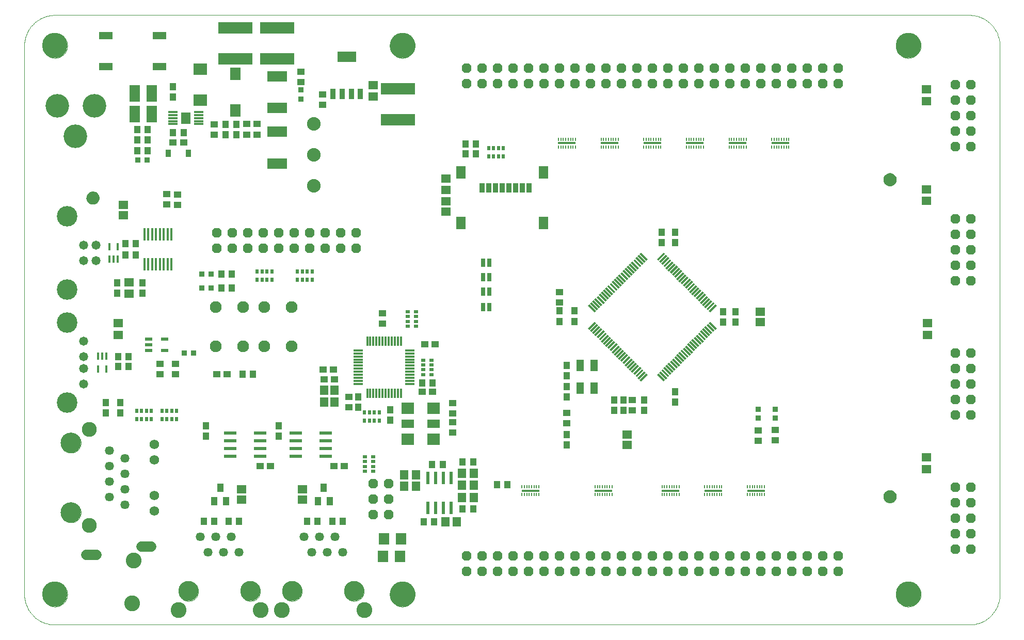
<source format=gts>
G75*
%MOIN*%
%OFA0B0*%
%FSLAX24Y24*%
%IPPOS*%
%LPD*%
%AMOC8*
5,1,8,0,0,1.08239X$1,22.5*
%
%ADD10C,0.0000*%
%ADD11R,0.0453X0.0414*%
%ADD12R,0.0335X0.0335*%
%ADD13R,0.0414X0.0453*%
%ADD14R,0.0611X0.0532*%
%ADD15R,0.0120X0.0600*%
%ADD16R,0.0600X0.0120*%
%ADD17R,0.0611X0.0138*%
%ADD18R,0.0138X0.0611*%
%ADD19R,0.0611X0.0158*%
%ADD20R,0.0276X0.0217*%
%ADD21R,0.0217X0.0276*%
%ADD22C,0.0574*%
%ADD23C,0.0965*%
%ADD24C,0.0614*%
%ADD25C,0.1319*%
%ADD26R,0.0807X0.0729*%
%ADD27R,0.0807X0.0571*%
%ADD28R,0.0160X0.0800*%
%ADD29R,0.0800X0.0240*%
%ADD30R,0.1260X0.0689*%
%ADD31R,0.0453X0.0768*%
%ADD32R,0.0270X0.0520*%
%ADD33C,0.0760*%
%ADD34R,0.0630X0.0130*%
%ADD35R,0.0640X0.0760*%
%ADD36R,0.2185X0.0748*%
%ADD37R,0.0689X0.0807*%
%ADD38R,0.0650X0.1083*%
%ADD39R,0.0350X0.0650*%
%ADD40R,0.1240X0.0650*%
%ADD41R,0.0886X0.0729*%
%ADD42R,0.0099X0.0217*%
%ADD43R,0.1122X0.0177*%
%ADD44OC8,0.0614*%
%ADD45R,0.0532X0.0611*%
%ADD46R,0.0240X0.0800*%
%ADD47R,0.0900X0.0510*%
%ADD48C,0.1326*%
%ADD49C,0.0582*%
%ADD50C,0.1024*%
%ADD51C,0.1300*%
%ADD52R,0.0160X0.0480*%
%ADD53R,0.0414X0.0571*%
%ADD54R,0.0650X0.0729*%
%ADD55C,0.1020*%
%ADD56C,0.0670*%
%ADD57R,0.0335X0.0611*%
%ADD58R,0.0591X0.0807*%
%ADD59OC8,0.0620*%
%ADD60R,0.0492X0.0237*%
%ADD61R,0.0378X0.0500*%
%ADD62C,0.0880*%
%ADD63C,0.1520*%
%ADD64C,0.1634*%
%ADD65C,0.0050*%
D10*
X020795Y017886D02*
X079850Y017886D01*
X079850Y017885D02*
X079936Y017887D01*
X080022Y017892D01*
X080107Y017902D01*
X080192Y017915D01*
X080276Y017932D01*
X080360Y017952D01*
X080442Y017976D01*
X080523Y018004D01*
X080604Y018035D01*
X080682Y018069D01*
X080759Y018107D01*
X080835Y018149D01*
X080908Y018193D01*
X080979Y018241D01*
X081049Y018292D01*
X081116Y018346D01*
X081180Y018402D01*
X081242Y018462D01*
X081302Y018524D01*
X081358Y018588D01*
X081412Y018655D01*
X081463Y018725D01*
X081511Y018796D01*
X081555Y018869D01*
X081597Y018945D01*
X081635Y019022D01*
X081669Y019100D01*
X081700Y019181D01*
X081728Y019262D01*
X081752Y019344D01*
X081772Y019428D01*
X081789Y019512D01*
X081802Y019597D01*
X081812Y019682D01*
X081817Y019768D01*
X081819Y019854D01*
X081819Y055287D01*
X081817Y055373D01*
X081812Y055459D01*
X081802Y055544D01*
X081789Y055629D01*
X081772Y055713D01*
X081752Y055797D01*
X081728Y055879D01*
X081700Y055960D01*
X081669Y056041D01*
X081635Y056119D01*
X081597Y056196D01*
X081555Y056272D01*
X081511Y056345D01*
X081463Y056416D01*
X081412Y056486D01*
X081358Y056553D01*
X081302Y056617D01*
X081242Y056679D01*
X081180Y056739D01*
X081116Y056795D01*
X081049Y056849D01*
X080979Y056900D01*
X080908Y056948D01*
X080835Y056992D01*
X080759Y057034D01*
X080682Y057072D01*
X080604Y057106D01*
X080523Y057137D01*
X080442Y057165D01*
X080360Y057189D01*
X080276Y057209D01*
X080192Y057226D01*
X080107Y057239D01*
X080022Y057249D01*
X079936Y057254D01*
X079850Y057256D01*
X020795Y057256D01*
X019988Y055287D02*
X019990Y055343D01*
X019996Y055399D01*
X020006Y055455D01*
X020019Y055509D01*
X020037Y055563D01*
X020058Y055615D01*
X020082Y055666D01*
X020111Y055715D01*
X020142Y055761D01*
X020177Y055806D01*
X020214Y055848D01*
X020255Y055887D01*
X020298Y055923D01*
X020344Y055956D01*
X020391Y055986D01*
X020441Y056012D01*
X020493Y056035D01*
X020546Y056055D01*
X020600Y056070D01*
X020655Y056082D01*
X020711Y056090D01*
X020767Y056094D01*
X020823Y056094D01*
X020879Y056090D01*
X020935Y056082D01*
X020990Y056070D01*
X021044Y056055D01*
X021097Y056035D01*
X021149Y056012D01*
X021198Y055986D01*
X021246Y055956D01*
X021292Y055923D01*
X021335Y055887D01*
X021376Y055848D01*
X021413Y055806D01*
X021448Y055761D01*
X021479Y055715D01*
X021508Y055666D01*
X021532Y055615D01*
X021553Y055563D01*
X021571Y055509D01*
X021584Y055455D01*
X021594Y055399D01*
X021600Y055343D01*
X021602Y055287D01*
X021600Y055231D01*
X021594Y055175D01*
X021584Y055119D01*
X021571Y055065D01*
X021553Y055011D01*
X021532Y054959D01*
X021508Y054908D01*
X021479Y054859D01*
X021448Y054813D01*
X021413Y054768D01*
X021376Y054726D01*
X021335Y054687D01*
X021292Y054651D01*
X021246Y054618D01*
X021199Y054588D01*
X021149Y054562D01*
X021097Y054539D01*
X021044Y054519D01*
X020990Y054504D01*
X020935Y054492D01*
X020879Y054484D01*
X020823Y054480D01*
X020767Y054480D01*
X020711Y054484D01*
X020655Y054492D01*
X020600Y054504D01*
X020546Y054519D01*
X020493Y054539D01*
X020441Y054562D01*
X020391Y054588D01*
X020344Y054618D01*
X020298Y054651D01*
X020255Y054687D01*
X020214Y054726D01*
X020177Y054768D01*
X020142Y054813D01*
X020111Y054859D01*
X020082Y054908D01*
X020058Y054959D01*
X020037Y055011D01*
X020019Y055065D01*
X020006Y055119D01*
X019996Y055175D01*
X019990Y055231D01*
X019988Y055287D01*
X018826Y055287D02*
X018828Y055373D01*
X018833Y055459D01*
X018843Y055544D01*
X018856Y055629D01*
X018873Y055713D01*
X018893Y055797D01*
X018917Y055879D01*
X018945Y055960D01*
X018976Y056041D01*
X019010Y056119D01*
X019048Y056196D01*
X019090Y056272D01*
X019134Y056345D01*
X019182Y056416D01*
X019233Y056486D01*
X019287Y056553D01*
X019343Y056617D01*
X019403Y056679D01*
X019465Y056739D01*
X019529Y056795D01*
X019596Y056849D01*
X019666Y056900D01*
X019737Y056948D01*
X019811Y056992D01*
X019886Y057034D01*
X019963Y057072D01*
X020041Y057106D01*
X020122Y057137D01*
X020203Y057165D01*
X020285Y057189D01*
X020369Y057209D01*
X020453Y057226D01*
X020538Y057239D01*
X020623Y057249D01*
X020709Y057254D01*
X020795Y057256D01*
X018827Y055287D02*
X018827Y019854D01*
X019988Y019854D02*
X019990Y019910D01*
X019996Y019966D01*
X020006Y020022D01*
X020019Y020076D01*
X020037Y020130D01*
X020058Y020182D01*
X020082Y020233D01*
X020111Y020282D01*
X020142Y020328D01*
X020177Y020373D01*
X020214Y020415D01*
X020255Y020454D01*
X020298Y020490D01*
X020344Y020523D01*
X020391Y020553D01*
X020441Y020579D01*
X020493Y020602D01*
X020546Y020622D01*
X020600Y020637D01*
X020655Y020649D01*
X020711Y020657D01*
X020767Y020661D01*
X020823Y020661D01*
X020879Y020657D01*
X020935Y020649D01*
X020990Y020637D01*
X021044Y020622D01*
X021097Y020602D01*
X021149Y020579D01*
X021198Y020553D01*
X021246Y020523D01*
X021292Y020490D01*
X021335Y020454D01*
X021376Y020415D01*
X021413Y020373D01*
X021448Y020328D01*
X021479Y020282D01*
X021508Y020233D01*
X021532Y020182D01*
X021553Y020130D01*
X021571Y020076D01*
X021584Y020022D01*
X021594Y019966D01*
X021600Y019910D01*
X021602Y019854D01*
X021600Y019798D01*
X021594Y019742D01*
X021584Y019686D01*
X021571Y019632D01*
X021553Y019578D01*
X021532Y019526D01*
X021508Y019475D01*
X021479Y019426D01*
X021448Y019380D01*
X021413Y019335D01*
X021376Y019293D01*
X021335Y019254D01*
X021292Y019218D01*
X021246Y019185D01*
X021199Y019155D01*
X021149Y019129D01*
X021097Y019106D01*
X021044Y019086D01*
X020990Y019071D01*
X020935Y019059D01*
X020879Y019051D01*
X020823Y019047D01*
X020767Y019047D01*
X020711Y019051D01*
X020655Y019059D01*
X020600Y019071D01*
X020546Y019086D01*
X020493Y019106D01*
X020441Y019129D01*
X020391Y019155D01*
X020344Y019185D01*
X020298Y019218D01*
X020255Y019254D01*
X020214Y019293D01*
X020177Y019335D01*
X020142Y019380D01*
X020111Y019426D01*
X020082Y019475D01*
X020058Y019526D01*
X020037Y019578D01*
X020019Y019632D01*
X020006Y019686D01*
X019996Y019742D01*
X019990Y019798D01*
X019988Y019854D01*
X018826Y019854D02*
X018828Y019768D01*
X018833Y019682D01*
X018843Y019597D01*
X018856Y019512D01*
X018873Y019428D01*
X018893Y019344D01*
X018917Y019262D01*
X018945Y019181D01*
X018976Y019100D01*
X019010Y019022D01*
X019048Y018945D01*
X019090Y018870D01*
X019134Y018796D01*
X019182Y018725D01*
X019233Y018655D01*
X019287Y018588D01*
X019343Y018524D01*
X019403Y018462D01*
X019465Y018402D01*
X019529Y018346D01*
X019596Y018292D01*
X019666Y018241D01*
X019737Y018193D01*
X019810Y018149D01*
X019886Y018107D01*
X019963Y018069D01*
X020041Y018035D01*
X020122Y018004D01*
X020203Y017976D01*
X020285Y017952D01*
X020369Y017932D01*
X020453Y017915D01*
X020538Y017902D01*
X020623Y017892D01*
X020709Y017887D01*
X020795Y017885D01*
X028785Y020051D02*
X028787Y020101D01*
X028793Y020151D01*
X028803Y020200D01*
X028816Y020249D01*
X028834Y020296D01*
X028855Y020342D01*
X028879Y020385D01*
X028907Y020427D01*
X028938Y020467D01*
X028972Y020504D01*
X029009Y020538D01*
X029049Y020569D01*
X029091Y020597D01*
X029134Y020621D01*
X029180Y020642D01*
X029227Y020660D01*
X029276Y020673D01*
X029325Y020683D01*
X029375Y020689D01*
X029425Y020691D01*
X029475Y020689D01*
X029525Y020683D01*
X029574Y020673D01*
X029623Y020660D01*
X029670Y020642D01*
X029716Y020621D01*
X029759Y020597D01*
X029801Y020569D01*
X029841Y020538D01*
X029878Y020504D01*
X029912Y020467D01*
X029943Y020427D01*
X029971Y020385D01*
X029995Y020342D01*
X030016Y020296D01*
X030034Y020249D01*
X030047Y020200D01*
X030057Y020151D01*
X030063Y020101D01*
X030065Y020051D01*
X030063Y020001D01*
X030057Y019951D01*
X030047Y019902D01*
X030034Y019853D01*
X030016Y019806D01*
X029995Y019760D01*
X029971Y019717D01*
X029943Y019675D01*
X029912Y019635D01*
X029878Y019598D01*
X029841Y019564D01*
X029801Y019533D01*
X029759Y019505D01*
X029716Y019481D01*
X029670Y019460D01*
X029623Y019442D01*
X029574Y019429D01*
X029525Y019419D01*
X029475Y019413D01*
X029425Y019411D01*
X029375Y019413D01*
X029325Y019419D01*
X029276Y019429D01*
X029227Y019442D01*
X029180Y019460D01*
X029134Y019481D01*
X029091Y019505D01*
X029049Y019533D01*
X029009Y019564D01*
X028972Y019598D01*
X028938Y019635D01*
X028907Y019675D01*
X028879Y019717D01*
X028855Y019760D01*
X028834Y019806D01*
X028816Y019853D01*
X028803Y019902D01*
X028793Y019951D01*
X028787Y020001D01*
X028785Y020051D01*
X032785Y020051D02*
X032787Y020101D01*
X032793Y020151D01*
X032803Y020200D01*
X032816Y020249D01*
X032834Y020296D01*
X032855Y020342D01*
X032879Y020385D01*
X032907Y020427D01*
X032938Y020467D01*
X032972Y020504D01*
X033009Y020538D01*
X033049Y020569D01*
X033091Y020597D01*
X033134Y020621D01*
X033180Y020642D01*
X033227Y020660D01*
X033276Y020673D01*
X033325Y020683D01*
X033375Y020689D01*
X033425Y020691D01*
X033475Y020689D01*
X033525Y020683D01*
X033574Y020673D01*
X033623Y020660D01*
X033670Y020642D01*
X033716Y020621D01*
X033759Y020597D01*
X033801Y020569D01*
X033841Y020538D01*
X033878Y020504D01*
X033912Y020467D01*
X033943Y020427D01*
X033971Y020385D01*
X033995Y020342D01*
X034016Y020296D01*
X034034Y020249D01*
X034047Y020200D01*
X034057Y020151D01*
X034063Y020101D01*
X034065Y020051D01*
X034063Y020001D01*
X034057Y019951D01*
X034047Y019902D01*
X034034Y019853D01*
X034016Y019806D01*
X033995Y019760D01*
X033971Y019717D01*
X033943Y019675D01*
X033912Y019635D01*
X033878Y019598D01*
X033841Y019564D01*
X033801Y019533D01*
X033759Y019505D01*
X033716Y019481D01*
X033670Y019460D01*
X033623Y019442D01*
X033574Y019429D01*
X033525Y019419D01*
X033475Y019413D01*
X033425Y019411D01*
X033375Y019413D01*
X033325Y019419D01*
X033276Y019429D01*
X033227Y019442D01*
X033180Y019460D01*
X033134Y019481D01*
X033091Y019505D01*
X033049Y019533D01*
X033009Y019564D01*
X032972Y019598D01*
X032938Y019635D01*
X032907Y019675D01*
X032879Y019717D01*
X032855Y019760D01*
X032834Y019806D01*
X032816Y019853D01*
X032803Y019902D01*
X032793Y019951D01*
X032787Y020001D01*
X032785Y020051D01*
X035478Y020051D02*
X035480Y020101D01*
X035486Y020151D01*
X035496Y020200D01*
X035509Y020249D01*
X035527Y020296D01*
X035548Y020342D01*
X035572Y020385D01*
X035600Y020427D01*
X035631Y020467D01*
X035665Y020504D01*
X035702Y020538D01*
X035742Y020569D01*
X035784Y020597D01*
X035827Y020621D01*
X035873Y020642D01*
X035920Y020660D01*
X035969Y020673D01*
X036018Y020683D01*
X036068Y020689D01*
X036118Y020691D01*
X036168Y020689D01*
X036218Y020683D01*
X036267Y020673D01*
X036316Y020660D01*
X036363Y020642D01*
X036409Y020621D01*
X036452Y020597D01*
X036494Y020569D01*
X036534Y020538D01*
X036571Y020504D01*
X036605Y020467D01*
X036636Y020427D01*
X036664Y020385D01*
X036688Y020342D01*
X036709Y020296D01*
X036727Y020249D01*
X036740Y020200D01*
X036750Y020151D01*
X036756Y020101D01*
X036758Y020051D01*
X036756Y020001D01*
X036750Y019951D01*
X036740Y019902D01*
X036727Y019853D01*
X036709Y019806D01*
X036688Y019760D01*
X036664Y019717D01*
X036636Y019675D01*
X036605Y019635D01*
X036571Y019598D01*
X036534Y019564D01*
X036494Y019533D01*
X036452Y019505D01*
X036409Y019481D01*
X036363Y019460D01*
X036316Y019442D01*
X036267Y019429D01*
X036218Y019419D01*
X036168Y019413D01*
X036118Y019411D01*
X036068Y019413D01*
X036018Y019419D01*
X035969Y019429D01*
X035920Y019442D01*
X035873Y019460D01*
X035827Y019481D01*
X035784Y019505D01*
X035742Y019533D01*
X035702Y019564D01*
X035665Y019598D01*
X035631Y019635D01*
X035600Y019675D01*
X035572Y019717D01*
X035548Y019760D01*
X035527Y019806D01*
X035509Y019853D01*
X035496Y019902D01*
X035486Y019951D01*
X035480Y020001D01*
X035478Y020051D01*
X039478Y020051D02*
X039480Y020101D01*
X039486Y020151D01*
X039496Y020200D01*
X039509Y020249D01*
X039527Y020296D01*
X039548Y020342D01*
X039572Y020385D01*
X039600Y020427D01*
X039631Y020467D01*
X039665Y020504D01*
X039702Y020538D01*
X039742Y020569D01*
X039784Y020597D01*
X039827Y020621D01*
X039873Y020642D01*
X039920Y020660D01*
X039969Y020673D01*
X040018Y020683D01*
X040068Y020689D01*
X040118Y020691D01*
X040168Y020689D01*
X040218Y020683D01*
X040267Y020673D01*
X040316Y020660D01*
X040363Y020642D01*
X040409Y020621D01*
X040452Y020597D01*
X040494Y020569D01*
X040534Y020538D01*
X040571Y020504D01*
X040605Y020467D01*
X040636Y020427D01*
X040664Y020385D01*
X040688Y020342D01*
X040709Y020296D01*
X040727Y020249D01*
X040740Y020200D01*
X040750Y020151D01*
X040756Y020101D01*
X040758Y020051D01*
X040756Y020001D01*
X040750Y019951D01*
X040740Y019902D01*
X040727Y019853D01*
X040709Y019806D01*
X040688Y019760D01*
X040664Y019717D01*
X040636Y019675D01*
X040605Y019635D01*
X040571Y019598D01*
X040534Y019564D01*
X040494Y019533D01*
X040452Y019505D01*
X040409Y019481D01*
X040363Y019460D01*
X040316Y019442D01*
X040267Y019429D01*
X040218Y019419D01*
X040168Y019413D01*
X040118Y019411D01*
X040068Y019413D01*
X040018Y019419D01*
X039969Y019429D01*
X039920Y019442D01*
X039873Y019460D01*
X039827Y019481D01*
X039784Y019505D01*
X039742Y019533D01*
X039702Y019564D01*
X039665Y019598D01*
X039631Y019635D01*
X039600Y019675D01*
X039572Y019717D01*
X039548Y019760D01*
X039527Y019806D01*
X039509Y019853D01*
X039496Y019902D01*
X039486Y019951D01*
X039480Y020001D01*
X039478Y020051D01*
X042429Y019854D02*
X042431Y019910D01*
X042437Y019966D01*
X042447Y020022D01*
X042460Y020076D01*
X042478Y020130D01*
X042499Y020182D01*
X042523Y020233D01*
X042552Y020282D01*
X042583Y020328D01*
X042618Y020373D01*
X042655Y020415D01*
X042696Y020454D01*
X042739Y020490D01*
X042785Y020523D01*
X042832Y020553D01*
X042882Y020579D01*
X042934Y020602D01*
X042987Y020622D01*
X043041Y020637D01*
X043096Y020649D01*
X043152Y020657D01*
X043208Y020661D01*
X043264Y020661D01*
X043320Y020657D01*
X043376Y020649D01*
X043431Y020637D01*
X043485Y020622D01*
X043538Y020602D01*
X043590Y020579D01*
X043639Y020553D01*
X043687Y020523D01*
X043733Y020490D01*
X043776Y020454D01*
X043817Y020415D01*
X043854Y020373D01*
X043889Y020328D01*
X043920Y020282D01*
X043949Y020233D01*
X043973Y020182D01*
X043994Y020130D01*
X044012Y020076D01*
X044025Y020022D01*
X044035Y019966D01*
X044041Y019910D01*
X044043Y019854D01*
X044041Y019798D01*
X044035Y019742D01*
X044025Y019686D01*
X044012Y019632D01*
X043994Y019578D01*
X043973Y019526D01*
X043949Y019475D01*
X043920Y019426D01*
X043889Y019380D01*
X043854Y019335D01*
X043817Y019293D01*
X043776Y019254D01*
X043733Y019218D01*
X043687Y019185D01*
X043640Y019155D01*
X043590Y019129D01*
X043538Y019106D01*
X043485Y019086D01*
X043431Y019071D01*
X043376Y019059D01*
X043320Y019051D01*
X043264Y019047D01*
X043208Y019047D01*
X043152Y019051D01*
X043096Y019059D01*
X043041Y019071D01*
X042987Y019086D01*
X042934Y019106D01*
X042882Y019129D01*
X042832Y019155D01*
X042785Y019185D01*
X042739Y019218D01*
X042696Y019254D01*
X042655Y019293D01*
X042618Y019335D01*
X042583Y019380D01*
X042552Y019426D01*
X042523Y019475D01*
X042499Y019526D01*
X042478Y019578D01*
X042460Y019632D01*
X042447Y019686D01*
X042437Y019742D01*
X042431Y019798D01*
X042429Y019854D01*
X021177Y025136D02*
X021179Y025186D01*
X021185Y025236D01*
X021195Y025286D01*
X021208Y025334D01*
X021225Y025382D01*
X021246Y025428D01*
X021270Y025472D01*
X021298Y025514D01*
X021329Y025554D01*
X021363Y025591D01*
X021400Y025626D01*
X021439Y025657D01*
X021480Y025686D01*
X021524Y025711D01*
X021570Y025733D01*
X021617Y025751D01*
X021665Y025765D01*
X021714Y025776D01*
X021764Y025783D01*
X021814Y025786D01*
X021865Y025785D01*
X021915Y025780D01*
X021965Y025771D01*
X022013Y025759D01*
X022061Y025742D01*
X022107Y025722D01*
X022152Y025699D01*
X022195Y025672D01*
X022235Y025642D01*
X022273Y025609D01*
X022308Y025573D01*
X022341Y025534D01*
X022370Y025493D01*
X022396Y025450D01*
X022419Y025405D01*
X022438Y025358D01*
X022453Y025310D01*
X022465Y025261D01*
X022473Y025211D01*
X022477Y025161D01*
X022477Y025111D01*
X022473Y025061D01*
X022465Y025011D01*
X022453Y024962D01*
X022438Y024914D01*
X022419Y024867D01*
X022396Y024822D01*
X022370Y024779D01*
X022341Y024738D01*
X022308Y024699D01*
X022273Y024663D01*
X022235Y024630D01*
X022195Y024600D01*
X022152Y024573D01*
X022107Y024550D01*
X022061Y024530D01*
X022013Y024513D01*
X021965Y024501D01*
X021915Y024492D01*
X021865Y024487D01*
X021814Y024486D01*
X021764Y024489D01*
X021714Y024496D01*
X021665Y024507D01*
X021617Y024521D01*
X021570Y024539D01*
X021524Y024561D01*
X021480Y024586D01*
X021439Y024615D01*
X021400Y024646D01*
X021363Y024681D01*
X021329Y024718D01*
X021298Y024758D01*
X021270Y024800D01*
X021246Y024844D01*
X021225Y024890D01*
X021208Y024938D01*
X021195Y024986D01*
X021185Y025036D01*
X021179Y025086D01*
X021177Y025136D01*
X021177Y029636D02*
X021179Y029686D01*
X021185Y029736D01*
X021195Y029786D01*
X021208Y029834D01*
X021225Y029882D01*
X021246Y029928D01*
X021270Y029972D01*
X021298Y030014D01*
X021329Y030054D01*
X021363Y030091D01*
X021400Y030126D01*
X021439Y030157D01*
X021480Y030186D01*
X021524Y030211D01*
X021570Y030233D01*
X021617Y030251D01*
X021665Y030265D01*
X021714Y030276D01*
X021764Y030283D01*
X021814Y030286D01*
X021865Y030285D01*
X021915Y030280D01*
X021965Y030271D01*
X022013Y030259D01*
X022061Y030242D01*
X022107Y030222D01*
X022152Y030199D01*
X022195Y030172D01*
X022235Y030142D01*
X022273Y030109D01*
X022308Y030073D01*
X022341Y030034D01*
X022370Y029993D01*
X022396Y029950D01*
X022419Y029905D01*
X022438Y029858D01*
X022453Y029810D01*
X022465Y029761D01*
X022473Y029711D01*
X022477Y029661D01*
X022477Y029611D01*
X022473Y029561D01*
X022465Y029511D01*
X022453Y029462D01*
X022438Y029414D01*
X022419Y029367D01*
X022396Y029322D01*
X022370Y029279D01*
X022341Y029238D01*
X022308Y029199D01*
X022273Y029163D01*
X022235Y029130D01*
X022195Y029100D01*
X022152Y029073D01*
X022107Y029050D01*
X022061Y029030D01*
X022013Y029013D01*
X021965Y029001D01*
X021915Y028992D01*
X021865Y028987D01*
X021814Y028986D01*
X021764Y028989D01*
X021714Y028996D01*
X021665Y029007D01*
X021617Y029021D01*
X021570Y029039D01*
X021524Y029061D01*
X021480Y029086D01*
X021439Y029115D01*
X021400Y029146D01*
X021363Y029181D01*
X021329Y029218D01*
X021298Y029258D01*
X021270Y029300D01*
X021246Y029344D01*
X021225Y029390D01*
X021208Y029438D01*
X021195Y029486D01*
X021185Y029536D01*
X021179Y029586D01*
X021177Y029636D01*
X042429Y055287D02*
X042431Y055343D01*
X042437Y055399D01*
X042447Y055455D01*
X042460Y055509D01*
X042478Y055563D01*
X042499Y055615D01*
X042523Y055666D01*
X042552Y055715D01*
X042583Y055761D01*
X042618Y055806D01*
X042655Y055848D01*
X042696Y055887D01*
X042739Y055923D01*
X042785Y055956D01*
X042832Y055986D01*
X042882Y056012D01*
X042934Y056035D01*
X042987Y056055D01*
X043041Y056070D01*
X043096Y056082D01*
X043152Y056090D01*
X043208Y056094D01*
X043264Y056094D01*
X043320Y056090D01*
X043376Y056082D01*
X043431Y056070D01*
X043485Y056055D01*
X043538Y056035D01*
X043590Y056012D01*
X043639Y055986D01*
X043687Y055956D01*
X043733Y055923D01*
X043776Y055887D01*
X043817Y055848D01*
X043854Y055806D01*
X043889Y055761D01*
X043920Y055715D01*
X043949Y055666D01*
X043973Y055615D01*
X043994Y055563D01*
X044012Y055509D01*
X044025Y055455D01*
X044035Y055399D01*
X044041Y055343D01*
X044043Y055287D01*
X044041Y055231D01*
X044035Y055175D01*
X044025Y055119D01*
X044012Y055065D01*
X043994Y055011D01*
X043973Y054959D01*
X043949Y054908D01*
X043920Y054859D01*
X043889Y054813D01*
X043854Y054768D01*
X043817Y054726D01*
X043776Y054687D01*
X043733Y054651D01*
X043687Y054618D01*
X043640Y054588D01*
X043590Y054562D01*
X043538Y054539D01*
X043485Y054519D01*
X043431Y054504D01*
X043376Y054492D01*
X043320Y054484D01*
X043264Y054480D01*
X043208Y054480D01*
X043152Y054484D01*
X043096Y054492D01*
X043041Y054504D01*
X042987Y054519D01*
X042934Y054539D01*
X042882Y054562D01*
X042832Y054588D01*
X042785Y054618D01*
X042739Y054651D01*
X042696Y054687D01*
X042655Y054726D01*
X042618Y054768D01*
X042583Y054813D01*
X042552Y054859D01*
X042523Y054908D01*
X042499Y054959D01*
X042478Y055011D01*
X042460Y055065D01*
X042447Y055119D01*
X042437Y055175D01*
X042431Y055231D01*
X042429Y055287D01*
X075106Y055287D02*
X075108Y055343D01*
X075114Y055399D01*
X075124Y055455D01*
X075137Y055509D01*
X075155Y055563D01*
X075176Y055615D01*
X075200Y055666D01*
X075229Y055715D01*
X075260Y055761D01*
X075295Y055806D01*
X075332Y055848D01*
X075373Y055887D01*
X075416Y055923D01*
X075462Y055956D01*
X075509Y055986D01*
X075559Y056012D01*
X075611Y056035D01*
X075664Y056055D01*
X075718Y056070D01*
X075773Y056082D01*
X075829Y056090D01*
X075885Y056094D01*
X075941Y056094D01*
X075997Y056090D01*
X076053Y056082D01*
X076108Y056070D01*
X076162Y056055D01*
X076215Y056035D01*
X076267Y056012D01*
X076316Y055986D01*
X076364Y055956D01*
X076410Y055923D01*
X076453Y055887D01*
X076494Y055848D01*
X076531Y055806D01*
X076566Y055761D01*
X076597Y055715D01*
X076626Y055666D01*
X076650Y055615D01*
X076671Y055563D01*
X076689Y055509D01*
X076702Y055455D01*
X076712Y055399D01*
X076718Y055343D01*
X076720Y055287D01*
X076718Y055231D01*
X076712Y055175D01*
X076702Y055119D01*
X076689Y055065D01*
X076671Y055011D01*
X076650Y054959D01*
X076626Y054908D01*
X076597Y054859D01*
X076566Y054813D01*
X076531Y054768D01*
X076494Y054726D01*
X076453Y054687D01*
X076410Y054651D01*
X076364Y054618D01*
X076317Y054588D01*
X076267Y054562D01*
X076215Y054539D01*
X076162Y054519D01*
X076108Y054504D01*
X076053Y054492D01*
X075997Y054484D01*
X075941Y054480D01*
X075885Y054480D01*
X075829Y054484D01*
X075773Y054492D01*
X075718Y054504D01*
X075664Y054519D01*
X075611Y054539D01*
X075559Y054562D01*
X075509Y054588D01*
X075462Y054618D01*
X075416Y054651D01*
X075373Y054687D01*
X075332Y054726D01*
X075295Y054768D01*
X075260Y054813D01*
X075229Y054859D01*
X075200Y054908D01*
X075176Y054959D01*
X075155Y055011D01*
X075137Y055065D01*
X075124Y055119D01*
X075114Y055175D01*
X075108Y055231D01*
X075106Y055287D01*
X075106Y019854D02*
X075108Y019910D01*
X075114Y019966D01*
X075124Y020022D01*
X075137Y020076D01*
X075155Y020130D01*
X075176Y020182D01*
X075200Y020233D01*
X075229Y020282D01*
X075260Y020328D01*
X075295Y020373D01*
X075332Y020415D01*
X075373Y020454D01*
X075416Y020490D01*
X075462Y020523D01*
X075509Y020553D01*
X075559Y020579D01*
X075611Y020602D01*
X075664Y020622D01*
X075718Y020637D01*
X075773Y020649D01*
X075829Y020657D01*
X075885Y020661D01*
X075941Y020661D01*
X075997Y020657D01*
X076053Y020649D01*
X076108Y020637D01*
X076162Y020622D01*
X076215Y020602D01*
X076267Y020579D01*
X076316Y020553D01*
X076364Y020523D01*
X076410Y020490D01*
X076453Y020454D01*
X076494Y020415D01*
X076531Y020373D01*
X076566Y020328D01*
X076597Y020282D01*
X076626Y020233D01*
X076650Y020182D01*
X076671Y020130D01*
X076689Y020076D01*
X076702Y020022D01*
X076712Y019966D01*
X076718Y019910D01*
X076720Y019854D01*
X076718Y019798D01*
X076712Y019742D01*
X076702Y019686D01*
X076689Y019632D01*
X076671Y019578D01*
X076650Y019526D01*
X076626Y019475D01*
X076597Y019426D01*
X076566Y019380D01*
X076531Y019335D01*
X076494Y019293D01*
X076453Y019254D01*
X076410Y019218D01*
X076364Y019185D01*
X076317Y019155D01*
X076267Y019129D01*
X076215Y019106D01*
X076162Y019086D01*
X076108Y019071D01*
X076053Y019059D01*
X075997Y019051D01*
X075941Y019047D01*
X075885Y019047D01*
X075829Y019051D01*
X075773Y019059D01*
X075718Y019071D01*
X075664Y019086D01*
X075611Y019106D01*
X075559Y019129D01*
X075509Y019155D01*
X075462Y019185D01*
X075416Y019218D01*
X075373Y019254D01*
X075332Y019293D01*
X075295Y019335D01*
X075260Y019380D01*
X075229Y019426D01*
X075200Y019475D01*
X075176Y019526D01*
X075155Y019578D01*
X075137Y019632D01*
X075124Y019686D01*
X075114Y019742D01*
X075108Y019798D01*
X075106Y019854D01*
D11*
X066219Y029756D03*
X066219Y030425D03*
X067301Y030474D03*
X067301Y029805D03*
X058098Y031724D03*
X058098Y032394D03*
X053866Y031557D03*
X053866Y030888D03*
X046484Y030967D03*
X046484Y031528D03*
X046484Y032197D03*
X045195Y032945D03*
X044526Y032945D03*
X044673Y035996D03*
X045343Y035996D03*
X041957Y037335D03*
X041957Y038004D03*
X038797Y034372D03*
X038846Y033732D03*
X038177Y033732D03*
X038128Y034372D03*
X039791Y032591D03*
X039791Y031921D03*
X039486Y028122D03*
X038817Y028122D03*
X034713Y028122D03*
X034043Y028122D03*
X031907Y034077D03*
X031238Y034077D03*
X028577Y034051D03*
X028577Y034720D03*
X027577Y034720D03*
X027577Y034051D03*
X028024Y045018D03*
X028024Y045687D03*
X028719Y045681D03*
X028719Y045012D03*
X028433Y049037D03*
X029102Y049037D03*
X031081Y049539D03*
X031081Y050209D03*
X033193Y050219D03*
X033844Y050219D03*
X033844Y049549D03*
X033193Y049549D03*
X038069Y051459D03*
X038069Y052128D03*
X036691Y052935D03*
X036691Y053604D03*
X053374Y039382D03*
X053374Y038713D03*
X046484Y030297D03*
D12*
X030879Y039640D03*
X030289Y039640D03*
X030289Y040538D03*
X030879Y040538D03*
X029754Y035436D03*
X029163Y035436D03*
X026750Y047906D03*
X026159Y047906D03*
X036691Y051843D03*
X036691Y052433D03*
X066219Y031813D03*
X066219Y031222D03*
X067301Y031222D03*
X067301Y031813D03*
D13*
X060854Y032266D03*
X060854Y032935D03*
X058837Y032394D03*
X058837Y031724D03*
X057508Y031724D03*
X056917Y031724D03*
X056917Y032394D03*
X057508Y032394D03*
X053866Y032610D03*
X053866Y033280D03*
X053849Y033975D03*
X053849Y034644D03*
X053374Y037482D03*
X053374Y038152D03*
X054358Y038152D03*
X054358Y037482D03*
X059969Y042551D03*
X059969Y043220D03*
X060854Y043220D03*
X060854Y042551D03*
X063955Y038102D03*
X063955Y037433D03*
X064742Y037433D03*
X064742Y038102D03*
X053866Y030179D03*
X053866Y029510D03*
X050018Y026929D03*
X049348Y026929D03*
X047803Y028417D03*
X047134Y028417D03*
X045835Y028220D03*
X045165Y028220D03*
X047134Y025366D03*
X047803Y025366D03*
X045293Y024530D03*
X044624Y024530D03*
X039388Y024579D03*
X038719Y024579D03*
X037764Y024579D03*
X037094Y024579D03*
X032695Y024579D03*
X032026Y024579D03*
X031071Y024579D03*
X030402Y024579D03*
X030539Y030051D03*
X030539Y030720D03*
X032911Y034077D03*
X033581Y034077D03*
X035264Y030720D03*
X035264Y030051D03*
X040382Y031921D03*
X040382Y032591D03*
X042449Y031754D03*
X042449Y031085D03*
X044526Y033486D03*
X045195Y033486D03*
X032219Y039640D03*
X031549Y039640D03*
X031549Y040538D03*
X032219Y040538D03*
X026455Y039972D03*
X026455Y039303D03*
X024831Y039303D03*
X024831Y039972D03*
X025359Y041761D03*
X026029Y041761D03*
X026029Y042511D03*
X025359Y042511D03*
X026120Y048496D03*
X026789Y048496D03*
X026789Y049185D03*
X026120Y049185D03*
X026120Y049874D03*
X026789Y049874D03*
X028433Y049677D03*
X029102Y049677D03*
X031819Y049539D03*
X031819Y050209D03*
X032508Y050209D03*
X032508Y049539D03*
X028423Y051951D03*
X028423Y052620D03*
X047331Y048939D03*
X047331Y048299D03*
X048000Y048299D03*
X048000Y048939D03*
X025551Y035189D03*
X025551Y034575D03*
X024882Y034575D03*
X024882Y035189D03*
X025028Y032246D03*
X025028Y031577D03*
X024093Y031577D03*
X024093Y032246D03*
D14*
X024880Y036606D03*
X024880Y037354D03*
X025569Y039264D03*
X025569Y040012D03*
X025224Y044323D03*
X025224Y044992D03*
X041343Y051986D03*
X041343Y052734D03*
X046041Y046705D03*
X046041Y045957D03*
X046041Y045238D03*
X046041Y044569D03*
X057754Y030179D03*
X057754Y029510D03*
X066366Y037433D03*
X066366Y038102D03*
X077144Y037354D03*
X077144Y036606D03*
X077094Y028693D03*
X077094Y027945D03*
X077094Y045268D03*
X077094Y046016D03*
X077094Y051715D03*
X077094Y052463D03*
X036789Y026636D03*
X036789Y025967D03*
X032852Y025967D03*
X032852Y026636D03*
D15*
X040975Y032850D03*
X041165Y032850D03*
X041365Y032850D03*
X041565Y032850D03*
X041755Y032850D03*
X041955Y032850D03*
X042155Y032850D03*
X042355Y032850D03*
X042545Y032850D03*
X042745Y032850D03*
X042945Y032850D03*
X043135Y032850D03*
X043135Y036190D03*
X042945Y036190D03*
X042745Y036190D03*
X042545Y036190D03*
X042355Y036190D03*
X042155Y036190D03*
X041955Y036190D03*
X041755Y036190D03*
X041565Y036190D03*
X041365Y036190D03*
X041165Y036190D03*
X040975Y036190D03*
D16*
X040385Y035600D03*
X040385Y035410D03*
X040385Y035210D03*
X040385Y035010D03*
X040385Y034820D03*
X040385Y034620D03*
X040385Y034420D03*
X040385Y034220D03*
X040385Y034030D03*
X040385Y033830D03*
X040385Y033630D03*
X040385Y033440D03*
X043725Y033440D03*
X043725Y033630D03*
X043725Y033830D03*
X043725Y034030D03*
X043725Y034220D03*
X043725Y034420D03*
X043725Y034620D03*
X043725Y034820D03*
X043725Y035010D03*
X043725Y035210D03*
X043725Y035410D03*
X043725Y035600D03*
D17*
G36*
X055745Y037377D02*
X055315Y036947D01*
X055217Y037045D01*
X055647Y037475D01*
X055745Y037377D01*
G37*
G36*
X055884Y037238D02*
X055454Y036808D01*
X055356Y036906D01*
X055786Y037336D01*
X055884Y037238D01*
G37*
G36*
X056023Y037099D02*
X055593Y036669D01*
X055495Y036767D01*
X055925Y037197D01*
X056023Y037099D01*
G37*
G36*
X056162Y036959D02*
X055732Y036529D01*
X055634Y036627D01*
X056064Y037057D01*
X056162Y036959D01*
G37*
G36*
X056301Y036820D02*
X055871Y036390D01*
X055773Y036488D01*
X056203Y036918D01*
X056301Y036820D01*
G37*
G36*
X056440Y036681D02*
X056010Y036251D01*
X055912Y036349D01*
X056342Y036779D01*
X056440Y036681D01*
G37*
G36*
X056580Y036542D02*
X056150Y036112D01*
X056052Y036210D01*
X056482Y036640D01*
X056580Y036542D01*
G37*
G36*
X056719Y036403D02*
X056289Y035973D01*
X056191Y036071D01*
X056621Y036501D01*
X056719Y036403D01*
G37*
G36*
X056858Y036263D02*
X056428Y035833D01*
X056330Y035931D01*
X056760Y036361D01*
X056858Y036263D01*
G37*
G36*
X056997Y036124D02*
X056567Y035694D01*
X056469Y035792D01*
X056899Y036222D01*
X056997Y036124D01*
G37*
G36*
X057136Y035985D02*
X056706Y035555D01*
X056608Y035653D01*
X057038Y036083D01*
X057136Y035985D01*
G37*
G36*
X057276Y035846D02*
X056846Y035416D01*
X056748Y035514D01*
X057178Y035944D01*
X057276Y035846D01*
G37*
G36*
X057415Y035707D02*
X056985Y035277D01*
X056887Y035375D01*
X057317Y035805D01*
X057415Y035707D01*
G37*
G36*
X057554Y035567D02*
X057124Y035137D01*
X057026Y035235D01*
X057456Y035665D01*
X057554Y035567D01*
G37*
G36*
X057693Y035428D02*
X057263Y034998D01*
X057165Y035096D01*
X057595Y035526D01*
X057693Y035428D01*
G37*
G36*
X057832Y035289D02*
X057402Y034859D01*
X057304Y034957D01*
X057734Y035387D01*
X057832Y035289D01*
G37*
G36*
X057972Y035150D02*
X057542Y034720D01*
X057444Y034818D01*
X057874Y035248D01*
X057972Y035150D01*
G37*
G36*
X058111Y035011D02*
X057681Y034581D01*
X057583Y034679D01*
X058013Y035109D01*
X058111Y035011D01*
G37*
G36*
X058250Y034871D02*
X057820Y034441D01*
X057722Y034539D01*
X058152Y034969D01*
X058250Y034871D01*
G37*
G36*
X058389Y034732D02*
X057959Y034302D01*
X057861Y034400D01*
X058291Y034830D01*
X058389Y034732D01*
G37*
G36*
X058528Y034593D02*
X058098Y034163D01*
X058000Y034261D01*
X058430Y034691D01*
X058528Y034593D01*
G37*
G36*
X058668Y034454D02*
X058238Y034024D01*
X058140Y034122D01*
X058570Y034552D01*
X058668Y034454D01*
G37*
G36*
X058807Y034315D02*
X058377Y033885D01*
X058279Y033983D01*
X058709Y034413D01*
X058807Y034315D01*
G37*
G36*
X058946Y034175D02*
X058516Y033745D01*
X058418Y033843D01*
X058848Y034273D01*
X058946Y034175D01*
G37*
G36*
X059085Y034036D02*
X058655Y033606D01*
X058557Y033704D01*
X058987Y034134D01*
X059085Y034036D01*
G37*
G36*
X063539Y038490D02*
X063109Y038060D01*
X063011Y038158D01*
X063441Y038588D01*
X063539Y038490D01*
G37*
G36*
X063400Y038630D02*
X062970Y038200D01*
X062872Y038298D01*
X063302Y038728D01*
X063400Y038630D01*
G37*
G36*
X063261Y038769D02*
X062831Y038339D01*
X062733Y038437D01*
X063163Y038867D01*
X063261Y038769D01*
G37*
G36*
X063122Y038908D02*
X062692Y038478D01*
X062594Y038576D01*
X063024Y039006D01*
X063122Y038908D01*
G37*
G36*
X062983Y039047D02*
X062553Y038617D01*
X062455Y038715D01*
X062885Y039145D01*
X062983Y039047D01*
G37*
G36*
X062843Y039186D02*
X062413Y038756D01*
X062315Y038854D01*
X062745Y039284D01*
X062843Y039186D01*
G37*
G36*
X062704Y039326D02*
X062274Y038896D01*
X062176Y038994D01*
X062606Y039424D01*
X062704Y039326D01*
G37*
G36*
X062565Y039465D02*
X062135Y039035D01*
X062037Y039133D01*
X062467Y039563D01*
X062565Y039465D01*
G37*
G36*
X062426Y039604D02*
X061996Y039174D01*
X061898Y039272D01*
X062328Y039702D01*
X062426Y039604D01*
G37*
G36*
X062287Y039743D02*
X061857Y039313D01*
X061759Y039411D01*
X062189Y039841D01*
X062287Y039743D01*
G37*
G36*
X062147Y039882D02*
X061717Y039452D01*
X061619Y039550D01*
X062049Y039980D01*
X062147Y039882D01*
G37*
G36*
X062008Y040022D02*
X061578Y039592D01*
X061480Y039690D01*
X061910Y040120D01*
X062008Y040022D01*
G37*
G36*
X061869Y040161D02*
X061439Y039731D01*
X061341Y039829D01*
X061771Y040259D01*
X061869Y040161D01*
G37*
G36*
X061730Y040300D02*
X061300Y039870D01*
X061202Y039968D01*
X061632Y040398D01*
X061730Y040300D01*
G37*
G36*
X061591Y040439D02*
X061161Y040009D01*
X061063Y040107D01*
X061493Y040537D01*
X061591Y040439D01*
G37*
G36*
X061451Y040578D02*
X061021Y040148D01*
X060923Y040246D01*
X061353Y040676D01*
X061451Y040578D01*
G37*
G36*
X061312Y040718D02*
X060882Y040288D01*
X060784Y040386D01*
X061214Y040816D01*
X061312Y040718D01*
G37*
G36*
X061173Y040857D02*
X060743Y040427D01*
X060645Y040525D01*
X061075Y040955D01*
X061173Y040857D01*
G37*
G36*
X060895Y041135D02*
X060465Y040705D01*
X060367Y040803D01*
X060797Y041233D01*
X060895Y041135D01*
G37*
G36*
X060756Y041274D02*
X060326Y040844D01*
X060228Y040942D01*
X060658Y041372D01*
X060756Y041274D01*
G37*
G36*
X060616Y041414D02*
X060186Y040984D01*
X060088Y041082D01*
X060518Y041512D01*
X060616Y041414D01*
G37*
G36*
X060477Y041553D02*
X060047Y041123D01*
X059949Y041221D01*
X060379Y041651D01*
X060477Y041553D01*
G37*
G36*
X060338Y041692D02*
X059908Y041262D01*
X059810Y041360D01*
X060240Y041790D01*
X060338Y041692D01*
G37*
G36*
X060199Y041831D02*
X059769Y041401D01*
X059671Y041499D01*
X060101Y041929D01*
X060199Y041831D01*
G37*
D18*
G36*
X059085Y041499D02*
X058987Y041401D01*
X058557Y041831D01*
X058655Y041929D01*
X059085Y041499D01*
G37*
G36*
X058946Y041360D02*
X058848Y041262D01*
X058418Y041692D01*
X058516Y041790D01*
X058946Y041360D01*
G37*
G36*
X058807Y041221D02*
X058709Y041123D01*
X058279Y041553D01*
X058377Y041651D01*
X058807Y041221D01*
G37*
G36*
X058668Y041082D02*
X058570Y040984D01*
X058140Y041414D01*
X058238Y041512D01*
X058668Y041082D01*
G37*
G36*
X058528Y040942D02*
X058430Y040844D01*
X058000Y041274D01*
X058098Y041372D01*
X058528Y040942D01*
G37*
G36*
X058389Y040803D02*
X058291Y040705D01*
X057861Y041135D01*
X057959Y041233D01*
X058389Y040803D01*
G37*
G36*
X058250Y040664D02*
X058152Y040566D01*
X057722Y040996D01*
X057820Y041094D01*
X058250Y040664D01*
G37*
G36*
X058111Y040525D02*
X058013Y040427D01*
X057583Y040857D01*
X057681Y040955D01*
X058111Y040525D01*
G37*
G36*
X057972Y040386D02*
X057874Y040288D01*
X057444Y040718D01*
X057542Y040816D01*
X057972Y040386D01*
G37*
G36*
X057832Y040246D02*
X057734Y040148D01*
X057304Y040578D01*
X057402Y040676D01*
X057832Y040246D01*
G37*
G36*
X057693Y040107D02*
X057595Y040009D01*
X057165Y040439D01*
X057263Y040537D01*
X057693Y040107D01*
G37*
G36*
X057554Y039968D02*
X057456Y039870D01*
X057026Y040300D01*
X057124Y040398D01*
X057554Y039968D01*
G37*
G36*
X057415Y039829D02*
X057317Y039731D01*
X056887Y040161D01*
X056985Y040259D01*
X057415Y039829D01*
G37*
G36*
X057276Y039690D02*
X057178Y039592D01*
X056748Y040022D01*
X056846Y040120D01*
X057276Y039690D01*
G37*
G36*
X057136Y039550D02*
X057038Y039452D01*
X056608Y039882D01*
X056706Y039980D01*
X057136Y039550D01*
G37*
G36*
X056997Y039411D02*
X056899Y039313D01*
X056469Y039743D01*
X056567Y039841D01*
X056997Y039411D01*
G37*
G36*
X056858Y039272D02*
X056760Y039174D01*
X056330Y039604D01*
X056428Y039702D01*
X056858Y039272D01*
G37*
G36*
X056719Y039133D02*
X056621Y039035D01*
X056191Y039465D01*
X056289Y039563D01*
X056719Y039133D01*
G37*
G36*
X056580Y038994D02*
X056482Y038896D01*
X056052Y039326D01*
X056150Y039424D01*
X056580Y038994D01*
G37*
G36*
X056440Y038854D02*
X056342Y038756D01*
X055912Y039186D01*
X056010Y039284D01*
X056440Y038854D01*
G37*
G36*
X056301Y038715D02*
X056203Y038617D01*
X055773Y039047D01*
X055871Y039145D01*
X056301Y038715D01*
G37*
G36*
X056162Y038576D02*
X056064Y038478D01*
X055634Y038908D01*
X055732Y039006D01*
X056162Y038576D01*
G37*
G36*
X056023Y038437D02*
X055925Y038339D01*
X055495Y038769D01*
X055593Y038867D01*
X056023Y038437D01*
G37*
G36*
X055884Y038298D02*
X055786Y038200D01*
X055356Y038630D01*
X055454Y038728D01*
X055884Y038298D01*
G37*
G36*
X055745Y038158D02*
X055647Y038060D01*
X055217Y038490D01*
X055315Y038588D01*
X055745Y038158D01*
G37*
G36*
X060756Y034261D02*
X060658Y034163D01*
X060228Y034593D01*
X060326Y034691D01*
X060756Y034261D01*
G37*
G36*
X060895Y034400D02*
X060797Y034302D01*
X060367Y034732D01*
X060465Y034830D01*
X060895Y034400D01*
G37*
G36*
X061034Y034539D02*
X060936Y034441D01*
X060506Y034871D01*
X060604Y034969D01*
X061034Y034539D01*
G37*
G36*
X061173Y034679D02*
X061075Y034581D01*
X060645Y035011D01*
X060743Y035109D01*
X061173Y034679D01*
G37*
G36*
X061312Y034818D02*
X061214Y034720D01*
X060784Y035150D01*
X060882Y035248D01*
X061312Y034818D01*
G37*
G36*
X061451Y034957D02*
X061353Y034859D01*
X060923Y035289D01*
X061021Y035387D01*
X061451Y034957D01*
G37*
G36*
X061591Y035096D02*
X061493Y034998D01*
X061063Y035428D01*
X061161Y035526D01*
X061591Y035096D01*
G37*
G36*
X061730Y035235D02*
X061632Y035137D01*
X061202Y035567D01*
X061300Y035665D01*
X061730Y035235D01*
G37*
G36*
X061869Y035375D02*
X061771Y035277D01*
X061341Y035707D01*
X061439Y035805D01*
X061869Y035375D01*
G37*
G36*
X062008Y035514D02*
X061910Y035416D01*
X061480Y035846D01*
X061578Y035944D01*
X062008Y035514D01*
G37*
G36*
X062147Y035653D02*
X062049Y035555D01*
X061619Y035985D01*
X061717Y036083D01*
X062147Y035653D01*
G37*
G36*
X062287Y035792D02*
X062189Y035694D01*
X061759Y036124D01*
X061857Y036222D01*
X062287Y035792D01*
G37*
G36*
X062426Y035931D02*
X062328Y035833D01*
X061898Y036263D01*
X061996Y036361D01*
X062426Y035931D01*
G37*
G36*
X062565Y036071D02*
X062467Y035973D01*
X062037Y036403D01*
X062135Y036501D01*
X062565Y036071D01*
G37*
G36*
X062704Y036210D02*
X062606Y036112D01*
X062176Y036542D01*
X062274Y036640D01*
X062704Y036210D01*
G37*
G36*
X062843Y036349D02*
X062745Y036251D01*
X062315Y036681D01*
X062413Y036779D01*
X062843Y036349D01*
G37*
G36*
X062983Y036488D02*
X062885Y036390D01*
X062455Y036820D01*
X062553Y036918D01*
X062983Y036488D01*
G37*
G36*
X063122Y036627D02*
X063024Y036529D01*
X062594Y036959D01*
X062692Y037057D01*
X063122Y036627D01*
G37*
G36*
X063261Y036767D02*
X063163Y036669D01*
X062733Y037099D01*
X062831Y037197D01*
X063261Y036767D01*
G37*
G36*
X063400Y036906D02*
X063302Y036808D01*
X062872Y037238D01*
X062970Y037336D01*
X063400Y036906D01*
G37*
G36*
X063539Y037045D02*
X063441Y036947D01*
X063011Y037377D01*
X063109Y037475D01*
X063539Y037045D01*
G37*
G36*
X060616Y034122D02*
X060518Y034024D01*
X060088Y034454D01*
X060186Y034552D01*
X060616Y034122D01*
G37*
G36*
X060477Y033983D02*
X060379Y033885D01*
X059949Y034315D01*
X060047Y034413D01*
X060477Y033983D01*
G37*
G36*
X060338Y033843D02*
X060240Y033745D01*
X059810Y034175D01*
X059908Y034273D01*
X060338Y033843D01*
G37*
G36*
X060199Y033704D02*
X060101Y033606D01*
X059671Y034036D01*
X059769Y034134D01*
X060199Y033704D01*
G37*
D19*
G36*
X061041Y040989D02*
X060611Y040559D01*
X060499Y040671D01*
X060929Y041101D01*
X061041Y040989D01*
G37*
D20*
X045108Y034982D03*
X045108Y034667D03*
X045108Y034352D03*
X045108Y034037D03*
X044577Y034037D03*
X044577Y034352D03*
X044577Y034667D03*
X044577Y034982D03*
X044124Y037164D03*
X044124Y037479D03*
X044124Y037794D03*
X044124Y038109D03*
X043592Y038109D03*
X043592Y037794D03*
X043592Y037479D03*
X043592Y037164D03*
X041337Y028742D03*
X041337Y028427D03*
X041337Y028112D03*
X041337Y027797D03*
X040805Y027797D03*
X040805Y028112D03*
X040805Y028427D03*
X040805Y028742D03*
D21*
X040795Y031055D03*
X041110Y031055D03*
X041425Y031055D03*
X041740Y031055D03*
X041740Y031587D03*
X041425Y031587D03*
X041110Y031587D03*
X040795Y031587D03*
X037409Y040159D03*
X037094Y040159D03*
X036780Y040159D03*
X036465Y040159D03*
X036465Y040691D03*
X036780Y040691D03*
X037094Y040691D03*
X037409Y040691D03*
X034801Y040691D03*
X034486Y040691D03*
X034171Y040691D03*
X033856Y040691D03*
X033856Y040159D03*
X034171Y040159D03*
X034486Y040159D03*
X034801Y040159D03*
X028650Y031685D03*
X028335Y031685D03*
X028020Y031685D03*
X027705Y031685D03*
X027705Y031154D03*
X028020Y031154D03*
X028335Y031154D03*
X028650Y031154D03*
X027026Y031169D03*
X026711Y031169D03*
X026396Y031169D03*
X026081Y031169D03*
X026081Y031701D03*
X026396Y031701D03*
X026711Y031701D03*
X027026Y031701D03*
X048817Y048132D03*
X049132Y048132D03*
X049447Y048132D03*
X049762Y048132D03*
X049762Y048663D03*
X049447Y048663D03*
X049132Y048663D03*
X048817Y048663D03*
D22*
X024327Y029136D03*
X025327Y028636D03*
X025327Y027636D03*
X024327Y028136D03*
X024327Y027136D03*
X024327Y026136D03*
X025327Y026636D03*
X025327Y025636D03*
X030175Y023551D03*
X031175Y023551D03*
X032175Y023551D03*
X031675Y022551D03*
X030675Y022551D03*
X032675Y022551D03*
X036868Y023551D03*
X037868Y023551D03*
X038868Y023551D03*
X038368Y022551D03*
X037368Y022551D03*
X039368Y022551D03*
D23*
X023028Y024285D03*
X023028Y030486D03*
D24*
X027228Y029537D03*
X027228Y028537D03*
X027228Y026234D03*
X027228Y025234D03*
D25*
X021827Y025136D03*
X021827Y029636D03*
D26*
X043591Y029878D03*
X045244Y029878D03*
X045244Y031878D03*
X043591Y031878D03*
D27*
X043591Y030878D03*
X045244Y030878D03*
D28*
X028332Y041166D03*
X028072Y041166D03*
X027832Y041166D03*
X027572Y041166D03*
X027332Y041166D03*
X027072Y041166D03*
X026832Y041166D03*
X026572Y041166D03*
X026572Y043106D03*
X026832Y043106D03*
X027072Y043106D03*
X027332Y043106D03*
X027572Y043106D03*
X027832Y043106D03*
X028072Y043106D03*
X028332Y043106D03*
D29*
X032107Y030261D03*
X032107Y029761D03*
X032107Y029261D03*
X032107Y028761D03*
X034047Y028761D03*
X034047Y029261D03*
X034047Y029761D03*
X034047Y030261D03*
X036357Y030261D03*
X036357Y029761D03*
X036357Y029261D03*
X036357Y028761D03*
X038297Y028761D03*
X038297Y029261D03*
X038297Y029761D03*
X038297Y030261D03*
D30*
X035165Y047661D03*
X035165Y049724D03*
X035165Y051254D03*
X035165Y053317D03*
D31*
X054702Y034618D03*
X055607Y034618D03*
X055607Y033161D03*
X054702Y033161D03*
D32*
X048850Y038407D03*
X048450Y038407D03*
X048450Y039392D03*
X048850Y039392D03*
X048850Y040327D03*
X048450Y040327D03*
X048450Y041262D03*
X048850Y041262D03*
D33*
X036092Y038416D03*
X034312Y038416D03*
X032967Y038416D03*
X031187Y038416D03*
X031187Y035856D03*
X032967Y035856D03*
X034312Y035856D03*
X036092Y035856D03*
D34*
X030090Y050222D03*
X030090Y050412D03*
X030090Y050612D03*
X030090Y050812D03*
X030090Y051002D03*
X028430Y051002D03*
X028430Y050812D03*
X028430Y050612D03*
X028430Y050412D03*
X028430Y050222D03*
D35*
X029260Y050612D03*
D36*
X032459Y054431D03*
X032459Y056439D03*
X035165Y056439D03*
X035165Y054431D03*
X042941Y052502D03*
X042941Y050494D03*
D37*
X032459Y051104D03*
X032459Y053467D03*
D38*
X027055Y052187D03*
X025953Y052187D03*
X025953Y050858D03*
X027055Y050858D03*
D39*
X038754Y052178D03*
X039344Y052178D03*
X039944Y052178D03*
X040534Y052178D03*
D40*
X039644Y054558D03*
D41*
X030195Y053781D03*
X030195Y051774D03*
D42*
X053315Y049234D03*
X053472Y049234D03*
X053630Y049234D03*
X053787Y049234D03*
X053945Y049234D03*
X054102Y049234D03*
X054260Y049234D03*
X054417Y049234D03*
X054417Y048742D03*
X054260Y048742D03*
X054102Y048742D03*
X053945Y048742D03*
X053787Y048742D03*
X053630Y048742D03*
X053472Y048742D03*
X053315Y048742D03*
X056071Y048742D03*
X056228Y048742D03*
X056386Y048742D03*
X056543Y048742D03*
X056701Y048742D03*
X056858Y048742D03*
X057016Y048742D03*
X057173Y048742D03*
X057173Y049234D03*
X057016Y049234D03*
X056858Y049234D03*
X056701Y049234D03*
X056543Y049234D03*
X056386Y049234D03*
X056228Y049234D03*
X056071Y049234D03*
X058827Y049234D03*
X058984Y049234D03*
X059142Y049234D03*
X059299Y049234D03*
X059457Y049234D03*
X059614Y049234D03*
X059772Y049234D03*
X059929Y049234D03*
X059929Y048742D03*
X059772Y048742D03*
X059614Y048742D03*
X059457Y048742D03*
X059299Y048742D03*
X059142Y048742D03*
X058984Y048742D03*
X058827Y048742D03*
X061583Y048742D03*
X061740Y048742D03*
X061898Y048742D03*
X062055Y048742D03*
X062213Y048742D03*
X062370Y048742D03*
X062528Y048742D03*
X062685Y048742D03*
X062685Y049234D03*
X062528Y049234D03*
X062370Y049234D03*
X062213Y049234D03*
X062055Y049234D03*
X061898Y049234D03*
X061740Y049234D03*
X061583Y049234D03*
X064339Y049234D03*
X064496Y049234D03*
X064654Y049234D03*
X064811Y049234D03*
X064969Y049234D03*
X065126Y049234D03*
X065283Y049234D03*
X065441Y049234D03*
X065441Y048742D03*
X065283Y048742D03*
X065126Y048742D03*
X064969Y048742D03*
X064811Y048742D03*
X064654Y048742D03*
X064496Y048742D03*
X064339Y048742D03*
X067094Y048742D03*
X067252Y048742D03*
X067409Y048742D03*
X067567Y048742D03*
X067724Y048742D03*
X067882Y048742D03*
X068039Y048742D03*
X068197Y048742D03*
X068197Y049234D03*
X068039Y049234D03*
X067882Y049234D03*
X067724Y049234D03*
X067567Y049234D03*
X067409Y049234D03*
X067252Y049234D03*
X067094Y049234D03*
X066622Y026793D03*
X066465Y026793D03*
X066307Y026793D03*
X066150Y026793D03*
X065992Y026793D03*
X065835Y026793D03*
X065677Y026793D03*
X065520Y026793D03*
X065520Y026301D03*
X065677Y026301D03*
X065835Y026301D03*
X065992Y026301D03*
X066150Y026301D03*
X066307Y026301D03*
X066465Y026301D03*
X066622Y026301D03*
X063866Y026301D03*
X063709Y026301D03*
X063551Y026301D03*
X063394Y026301D03*
X063236Y026301D03*
X063079Y026301D03*
X062921Y026301D03*
X062764Y026301D03*
X062764Y026793D03*
X062921Y026793D03*
X063079Y026793D03*
X063236Y026793D03*
X063394Y026793D03*
X063551Y026793D03*
X063709Y026793D03*
X063866Y026793D03*
X061110Y026793D03*
X060953Y026793D03*
X060795Y026793D03*
X060638Y026793D03*
X060480Y026793D03*
X060323Y026793D03*
X060165Y026793D03*
X060008Y026793D03*
X060008Y026301D03*
X060165Y026301D03*
X060323Y026301D03*
X060480Y026301D03*
X060638Y026301D03*
X060795Y026301D03*
X060953Y026301D03*
X061110Y026301D03*
X056780Y026301D03*
X056622Y026301D03*
X056465Y026301D03*
X056307Y026301D03*
X056150Y026301D03*
X055992Y026301D03*
X055835Y026301D03*
X055677Y026301D03*
X055677Y026793D03*
X055835Y026793D03*
X055992Y026793D03*
X056150Y026793D03*
X056307Y026793D03*
X056465Y026793D03*
X056622Y026793D03*
X056780Y026793D03*
X052055Y026793D03*
X051898Y026793D03*
X051740Y026793D03*
X051583Y026793D03*
X051425Y026793D03*
X051268Y026793D03*
X051110Y026793D03*
X050953Y026793D03*
X050953Y026301D03*
X051110Y026301D03*
X051268Y026301D03*
X051425Y026301D03*
X051583Y026301D03*
X051740Y026301D03*
X051898Y026301D03*
X052055Y026301D03*
D43*
X051504Y026547D03*
X056228Y026547D03*
X060559Y026547D03*
X063315Y026547D03*
X066071Y026547D03*
X064890Y048988D03*
X062134Y048988D03*
X059378Y048988D03*
X056622Y048988D03*
X053866Y048988D03*
X067646Y048988D03*
D44*
X067378Y052819D03*
X067378Y053819D03*
X068378Y053819D03*
X069378Y053819D03*
X070378Y053819D03*
X071378Y053819D03*
X071378Y052819D03*
X070378Y052819D03*
X069378Y052819D03*
X068378Y052819D03*
X066378Y052819D03*
X066378Y053819D03*
X065378Y053819D03*
X064378Y053819D03*
X063378Y053819D03*
X062378Y053819D03*
X061378Y053819D03*
X060378Y053819D03*
X059378Y053819D03*
X058378Y053819D03*
X057378Y053819D03*
X056378Y053819D03*
X055378Y053819D03*
X054378Y053819D03*
X053378Y053819D03*
X052378Y053819D03*
X051378Y053819D03*
X050378Y053819D03*
X049378Y053819D03*
X048378Y053819D03*
X047378Y053819D03*
X047378Y052819D03*
X048378Y052819D03*
X049378Y052819D03*
X050378Y052819D03*
X051378Y052819D03*
X052378Y052819D03*
X053378Y052819D03*
X054378Y052819D03*
X055378Y052819D03*
X056378Y052819D03*
X057378Y052819D03*
X058378Y052819D03*
X059378Y052819D03*
X060378Y052819D03*
X061378Y052819D03*
X062378Y052819D03*
X063378Y052819D03*
X064378Y052819D03*
X065378Y052819D03*
X078957Y052760D03*
X079957Y052760D03*
X079957Y051760D03*
X079957Y050760D03*
X079957Y049760D03*
X078957Y049760D03*
X078957Y050760D03*
X078957Y051760D03*
X078957Y048760D03*
X079957Y048760D03*
X079957Y044098D03*
X079957Y043098D03*
X079957Y042098D03*
X078957Y042098D03*
X078957Y043098D03*
X078957Y044098D03*
X078957Y041098D03*
X078957Y040098D03*
X079957Y040098D03*
X079957Y041098D03*
X079957Y035437D03*
X079957Y034437D03*
X078957Y034437D03*
X078957Y035437D03*
X078957Y033437D03*
X079957Y033437D03*
X079957Y032437D03*
X079957Y031437D03*
X078957Y031437D03*
X078957Y032437D03*
X078957Y026776D03*
X079957Y026776D03*
X079957Y025776D03*
X078957Y025776D03*
X078957Y024776D03*
X079957Y024776D03*
X079957Y023776D03*
X078957Y023776D03*
X078957Y022776D03*
X079957Y022776D03*
X071378Y022323D03*
X070378Y022323D03*
X069378Y022323D03*
X068378Y022323D03*
X067378Y022323D03*
X066378Y022323D03*
X065378Y022323D03*
X064378Y022323D03*
X063378Y022323D03*
X062378Y022323D03*
X061378Y022323D03*
X060378Y022323D03*
X059378Y022323D03*
X058378Y022323D03*
X057378Y022323D03*
X056378Y022323D03*
X055378Y022323D03*
X054378Y022323D03*
X053378Y022323D03*
X052378Y022323D03*
X051378Y022323D03*
X050378Y022323D03*
X049378Y022323D03*
X048378Y022323D03*
X047378Y022323D03*
X047378Y021323D03*
X048378Y021323D03*
X049378Y021323D03*
X050378Y021323D03*
X051378Y021323D03*
X052378Y021323D03*
X053378Y021323D03*
X054378Y021323D03*
X055378Y021323D03*
X056378Y021323D03*
X057378Y021323D03*
X058378Y021323D03*
X059378Y021323D03*
X060378Y021323D03*
X061378Y021323D03*
X062378Y021323D03*
X063378Y021323D03*
X064378Y021323D03*
X065378Y021323D03*
X066378Y021323D03*
X067378Y021323D03*
X068378Y021323D03*
X069378Y021323D03*
X070378Y021323D03*
X071378Y021323D03*
X040256Y042189D03*
X040256Y043189D03*
X039256Y043189D03*
X039256Y042189D03*
X038256Y042189D03*
X038256Y043189D03*
X037256Y043189D03*
X037256Y042189D03*
X036256Y042189D03*
X036256Y043189D03*
X035256Y043189D03*
X035256Y042189D03*
X034256Y042189D03*
X034256Y043189D03*
X033256Y043189D03*
X033256Y042189D03*
X032256Y042189D03*
X032256Y043189D03*
X031256Y043189D03*
X031256Y042189D03*
D45*
X038177Y033043D03*
X038846Y033043D03*
X038846Y032256D03*
X038177Y032256D03*
X043354Y027581D03*
X043354Y026843D03*
X044102Y026843D03*
X044102Y027581D03*
X047094Y027679D03*
X047843Y027679D03*
X047843Y026904D03*
X047094Y026904D03*
X047094Y026117D03*
X047843Y026117D03*
X046753Y024528D03*
X046005Y024528D03*
D46*
X045898Y025430D03*
X046398Y025430D03*
X045398Y025430D03*
X044898Y025430D03*
X044898Y027370D03*
X045398Y027370D03*
X045898Y027370D03*
X046398Y027370D03*
D47*
X027545Y053943D03*
X027545Y055943D03*
X024085Y055943D03*
X024085Y053943D03*
D48*
X021583Y044272D03*
X021583Y039531D03*
X021583Y037402D03*
X021583Y032228D03*
D49*
X022646Y033437D03*
X022646Y034421D03*
X022646Y035209D03*
X022646Y036193D03*
X022650Y041409D03*
X023437Y041409D03*
X023437Y042394D03*
X022650Y042394D03*
D50*
X028768Y018850D03*
X034083Y018850D03*
X035461Y018850D03*
X040776Y018850D03*
D51*
X040118Y020051D03*
X036118Y020051D03*
X033425Y020051D03*
X029425Y020051D03*
D52*
X024106Y034405D03*
X023586Y034405D03*
X023586Y035225D03*
X023846Y035225D03*
X024106Y035225D03*
X024325Y041492D03*
X024585Y041492D03*
X024845Y041492D03*
X024845Y042312D03*
X024325Y042312D03*
D53*
X031474Y026734D03*
X031100Y025868D03*
X031848Y025868D03*
X037793Y025868D03*
X038541Y025868D03*
X038167Y026734D03*
D54*
X042045Y023447D03*
X043148Y023447D03*
X043098Y022315D03*
X041996Y022315D03*
D55*
X025874Y022020D03*
X025795Y019264D03*
D56*
X023482Y022413D02*
X022833Y022413D01*
X026376Y022925D02*
X027026Y022925D01*
D57*
X048384Y046085D03*
X048817Y046085D03*
X049250Y046085D03*
X049683Y046085D03*
X050116Y046085D03*
X050549Y046085D03*
X050982Y046085D03*
X051415Y046085D03*
D58*
X052360Y047108D03*
X052360Y043841D03*
X047006Y043841D03*
X047006Y047108D03*
D59*
X042358Y027006D03*
X041358Y027006D03*
X041358Y026006D03*
X042358Y026006D03*
X042358Y025006D03*
X041358Y025006D03*
D60*
X027888Y035588D03*
X027888Y036336D03*
X026864Y036336D03*
X026864Y035962D03*
X026864Y035588D03*
D61*
X028128Y048348D03*
X029407Y048348D03*
D62*
X037528Y048250D03*
X037528Y050250D03*
X037528Y046250D03*
D63*
X023354Y051400D03*
X020953Y051400D03*
X022134Y049431D03*
D64*
X020795Y055287D03*
X043236Y055287D03*
X075913Y055287D03*
X075913Y019854D03*
X043236Y019854D03*
X020795Y019854D03*
D65*
X023188Y045057D02*
X023256Y045051D01*
X023324Y045057D01*
X023391Y045075D01*
X023453Y045104D01*
X023509Y045143D01*
X023557Y045192D01*
X023597Y045248D01*
X023626Y045310D01*
X023644Y045377D01*
X023650Y045445D01*
X023644Y045513D01*
X023626Y045580D01*
X023597Y045642D01*
X023557Y045698D01*
X023509Y045746D01*
X023453Y045786D01*
X023391Y045815D01*
X023324Y045833D01*
X023256Y045839D01*
X023188Y045833D01*
X023121Y045815D01*
X023059Y045786D01*
X023003Y045746D01*
X022954Y045698D01*
X022915Y045642D01*
X022886Y045580D01*
X022868Y045513D01*
X022862Y045445D01*
X022868Y045377D01*
X022886Y045310D01*
X022915Y045248D01*
X022954Y045192D01*
X023003Y045143D01*
X023509Y045143D01*
X023557Y045191D02*
X022955Y045191D01*
X022921Y045240D02*
X023591Y045240D01*
X023616Y045288D02*
X022896Y045288D01*
X022879Y045337D02*
X023633Y045337D01*
X023644Y045385D02*
X022867Y045385D01*
X022863Y045434D02*
X023649Y045434D01*
X023646Y045482D02*
X022865Y045482D01*
X022873Y045531D02*
X023639Y045531D01*
X023626Y045579D02*
X022886Y045579D01*
X022909Y045628D02*
X023603Y045628D01*
X023573Y045676D02*
X022939Y045676D01*
X022981Y045725D02*
X023530Y045725D01*
X023470Y045773D02*
X023041Y045773D01*
X023148Y045822D02*
X023364Y045822D01*
X023432Y045094D02*
X023079Y045094D01*
X023059Y045104D02*
X023121Y045075D01*
X023188Y045057D01*
X023059Y045104D02*
X023003Y045143D01*
X074339Y046626D02*
X074345Y046558D01*
X074362Y046491D01*
X074391Y046429D01*
X074431Y046373D01*
X074479Y046324D01*
X074535Y046285D01*
X074598Y046256D01*
X074664Y046238D01*
X074732Y046232D01*
X074801Y046238D01*
X074867Y046256D01*
X074929Y046285D01*
X074985Y046324D01*
X075034Y046373D01*
X075073Y046429D01*
X075102Y046491D01*
X075120Y046558D01*
X075126Y046626D01*
X075120Y046694D01*
X075102Y046761D01*
X075073Y046823D01*
X075034Y046879D01*
X074985Y046928D01*
X074929Y046967D01*
X074867Y046996D01*
X074801Y047014D01*
X074732Y047020D01*
X074664Y047014D01*
X074598Y046996D01*
X074535Y046967D01*
X074479Y046928D01*
X074431Y046879D01*
X074391Y046823D01*
X074362Y046761D01*
X074345Y046694D01*
X074339Y046626D01*
X074340Y046646D02*
X075124Y046646D01*
X075124Y046598D02*
X074341Y046598D01*
X074347Y046549D02*
X075118Y046549D01*
X075105Y046501D02*
X074360Y046501D01*
X074380Y046452D02*
X075084Y046452D01*
X075056Y046404D02*
X074409Y046404D01*
X074448Y046355D02*
X075016Y046355D01*
X074960Y046307D02*
X074504Y046307D01*
X074592Y046258D02*
X074872Y046258D01*
X075120Y046695D02*
X074345Y046695D01*
X074358Y046743D02*
X075107Y046743D01*
X075088Y046792D02*
X074377Y046792D01*
X074404Y046840D02*
X075061Y046840D01*
X075024Y046889D02*
X074441Y046889D01*
X074493Y046937D02*
X074971Y046937D01*
X074888Y046986D02*
X074576Y046986D01*
X074732Y026547D02*
X074664Y026541D01*
X074598Y026524D01*
X074535Y026494D01*
X074479Y026455D01*
X074431Y026407D01*
X074391Y026350D01*
X074362Y026288D01*
X074345Y026222D01*
X074339Y026154D01*
X074345Y026085D01*
X074362Y026019D01*
X074391Y025957D01*
X074431Y025900D01*
X074479Y025852D01*
X074535Y025813D01*
X074598Y025784D01*
X074664Y025766D01*
X074732Y025760D01*
X074801Y025766D01*
X074867Y025784D01*
X074929Y025813D01*
X074985Y025852D01*
X075034Y025900D01*
X075073Y025957D01*
X075102Y026019D01*
X075120Y026085D01*
X075126Y026154D01*
X075120Y026222D01*
X075102Y026288D01*
X075073Y026350D01*
X075034Y026407D01*
X074985Y026455D01*
X074929Y026494D01*
X074867Y026524D01*
X074801Y026541D01*
X074732Y026547D01*
X074588Y026519D02*
X074877Y026519D01*
X074964Y026470D02*
X074501Y026470D01*
X074446Y026422D02*
X075019Y026422D01*
X075057Y026373D02*
X074407Y026373D01*
X074379Y026325D02*
X075085Y026325D01*
X075105Y026276D02*
X074359Y026276D01*
X074346Y026228D02*
X075118Y026228D01*
X075124Y026179D02*
X074341Y026179D01*
X074341Y026131D02*
X075124Y026131D01*
X075119Y026082D02*
X074345Y026082D01*
X074358Y026034D02*
X075106Y026034D01*
X075087Y025985D02*
X074378Y025985D01*
X074405Y025937D02*
X075059Y025937D01*
X075022Y025888D02*
X074443Y025888D01*
X074496Y025840D02*
X074968Y025840D01*
X074884Y025791D02*
X074581Y025791D01*
M02*

</source>
